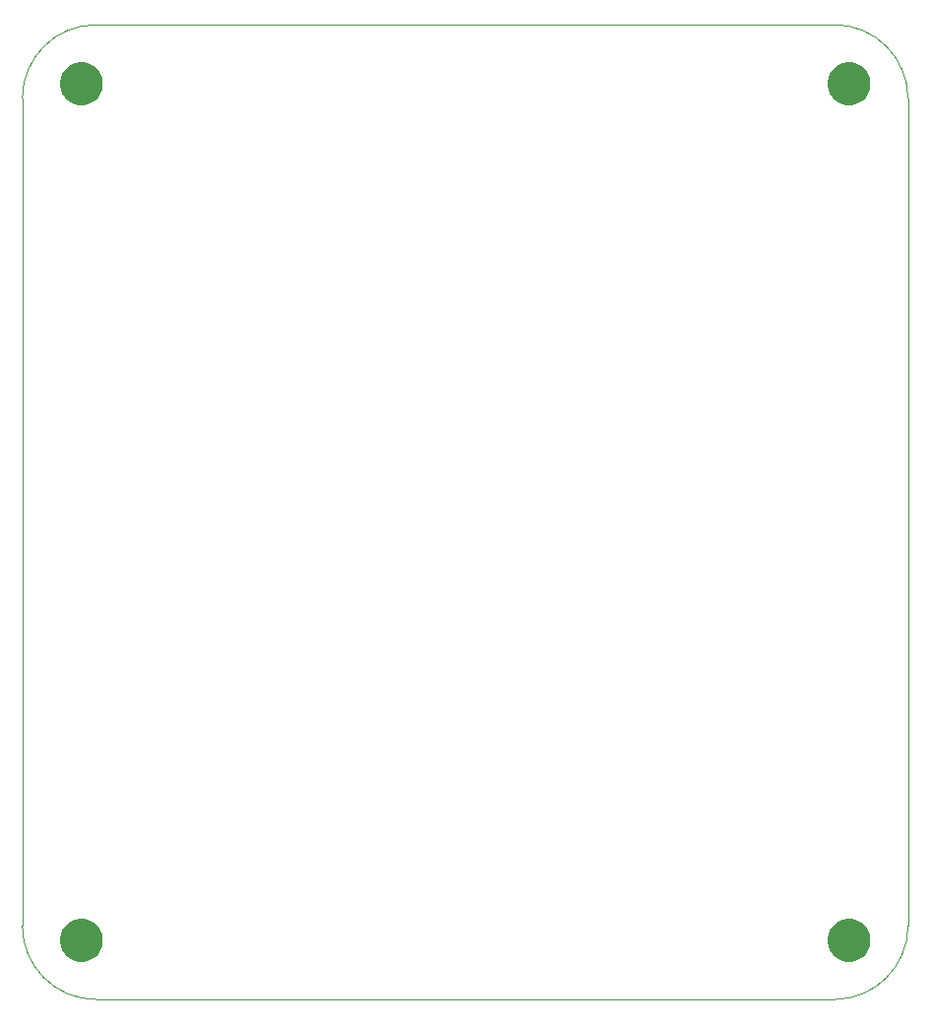
<source format=gbr>
%TF.GenerationSoftware,Altium Limited,Altium Designer,23.9.2 (47)*%
G04 Layer_Color=0*
%FSLAX45Y45*%
%MOMM*%
%TF.SameCoordinates,15915765-FD2E-4A0E-A91D-014651F65676*%
%TF.FilePolarity,Positive*%
%TF.FileFunction,Profile,NP*%
%TF.Part,Single*%
G01*
G75*
%TA.AperFunction,Profile*%
%ADD80C,0.02540*%
G36*
X1595120Y3553049D02*
Y3534911D01*
X1602197Y3499334D01*
X1616078Y3465821D01*
X1636231Y3435660D01*
X1661881Y3410010D01*
X1692042Y3389857D01*
X1725555Y3375975D01*
X1761133Y3368899D01*
X1779270D01*
X1797407D01*
X1832984Y3375975D01*
X1866498Y3389857D01*
X1896659Y3410010D01*
X1922309Y3435660D01*
X1942461Y3465821D01*
X1956343Y3499334D01*
X1963420Y3534911D01*
Y3553049D01*
Y3571186D01*
X1956343Y3606763D01*
X1942461Y3640276D01*
X1922309Y3670437D01*
X1896659Y3696087D01*
X1866498Y3716240D01*
X1832984Y3730122D01*
X1797407Y3737199D01*
X1779270D01*
X1761133D01*
X1725555Y3730122D01*
X1692042Y3716240D01*
X1661881Y3696087D01*
X1636231Y3670437D01*
X1616078Y3640276D01*
X1602197Y3606763D01*
X1595120Y3571186D01*
Y3553049D01*
D01*
D02*
G37*
G36*
X8199120D02*
Y3534911D01*
X8206197Y3499334D01*
X8220078Y3465821D01*
X8240231Y3435660D01*
X8265881Y3410010D01*
X8296042Y3389857D01*
X8329555Y3375975D01*
X8365133Y3368899D01*
X8383270D01*
X8401407D01*
X8436984Y3375975D01*
X8470498Y3389857D01*
X8500659Y3410010D01*
X8526309Y3435660D01*
X8546461Y3465821D01*
X8560343Y3499334D01*
X8567420Y3534911D01*
Y3553049D01*
Y3571186D01*
X8560343Y3606763D01*
X8546461Y3640276D01*
X8526309Y3670437D01*
X8500659Y3696087D01*
X8470498Y3716240D01*
X8436984Y3730122D01*
X8401407Y3737199D01*
X8383270D01*
X8365133D01*
X8329555Y3730122D01*
X8296042Y3716240D01*
X8265881Y3696087D01*
X8240231Y3670437D01*
X8220078Y3640276D01*
X8206197Y3606763D01*
X8199120Y3571186D01*
Y3553049D01*
D01*
D02*
G37*
G36*
Y10919048D02*
Y10900911D01*
X8206197Y10865333D01*
X8220078Y10831820D01*
X8240231Y10801659D01*
X8265881Y10776009D01*
X8296042Y10755856D01*
X8329555Y10741975D01*
X8365133Y10734898D01*
X8383270D01*
X8401407D01*
X8436984Y10741975D01*
X8470498Y10755856D01*
X8500659Y10776009D01*
X8526309Y10801659D01*
X8546461Y10831820D01*
X8560343Y10865333D01*
X8567420Y10900911D01*
Y10919048D01*
Y10937185D01*
X8560343Y10972762D01*
X8546461Y11006276D01*
X8526309Y11036437D01*
X8500659Y11062087D01*
X8470498Y11082239D01*
X8436984Y11096121D01*
X8401407Y11103198D01*
X8383270D01*
X8365133D01*
X8329555Y11096121D01*
X8296042Y11082239D01*
X8265881Y11062087D01*
X8240231Y11036437D01*
X8220078Y11006276D01*
X8206197Y10972762D01*
X8199120Y10937185D01*
Y10919048D01*
D01*
D02*
G37*
G36*
X1779270Y10734898D02*
X1761133D01*
X1725555Y10741975D01*
X1692042Y10755856D01*
X1661881Y10776009D01*
X1636231Y10801659D01*
X1616078Y10831820D01*
X1602197Y10865333D01*
X1595120Y10900911D01*
Y10919048D01*
Y10937185D01*
X1602197Y10972762D01*
X1616078Y11006276D01*
X1636231Y11036437D01*
X1661881Y11062087D01*
X1692042Y11082239D01*
X1725555Y11096121D01*
X1761133Y11103198D01*
X1779270D01*
X1797407D01*
X1832984Y11096121D01*
X1866498Y11082239D01*
X1896659Y11062087D01*
X1922309Y11036437D01*
X1942461Y11006276D01*
X1956343Y10972762D01*
X1963420Y10937185D01*
Y10919048D01*
Y10900911D01*
X1956343Y10865333D01*
X1942461Y10831820D01*
X1922309Y10801659D01*
X1896659Y10776009D01*
X1866498Y10755856D01*
X1832984Y10741975D01*
X1797407Y10734898D01*
X1779270D01*
D01*
D02*
G37*
D80*
X1271270Y3680049D02*
G03*
X1906270Y3045049I635000J0D01*
G01*
X8256270D01*
D02*
G03*
X8891270Y3680049I0J635000D01*
G01*
Y10792048D01*
D02*
G03*
X8256270Y11427048I-635000J0D01*
G01*
X1906270D01*
D02*
G03*
X1271270Y10792048I0J-635000D01*
G01*
Y3680049D01*
%TF.MD5,214801d71a96394a4fceedb35ff766af*%
M02*

</source>
